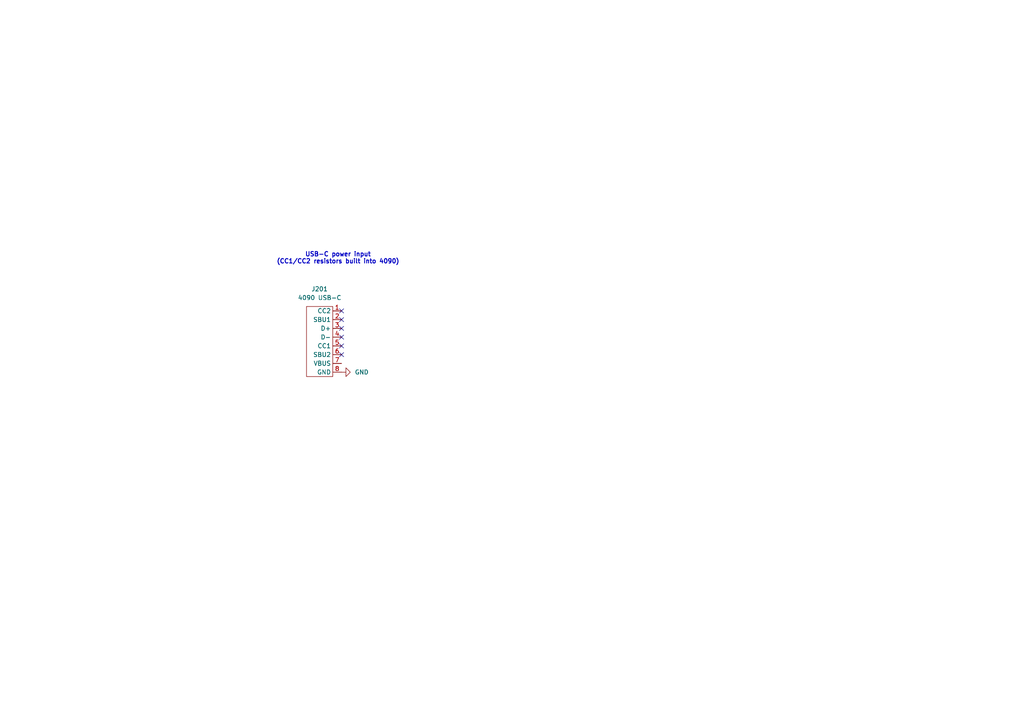
<source format=kicad_sch>
(kicad_sch (version 20250114) (generator "eeschema") (generator_version "9.0")
  (paper "A4")
  (lib_symbols
    (symbol "Components:4090"
      (property "Reference" "J" (at 0.508 3.81 0))
      (property "Value" "4090 USB-C" (at 6.096 1.524 0))
      (symbol "4090_0_1"
        (rectangle (start 0 0) (end 7.62 -20.32))
      )
      (symbol "4090_1_1"
        (pin input line (at 10.16 -1.27 180) (length 2.54) (name "CC2") (number "1"))
        (pin bidirectional line (at 10.16 -3.81 180) (length 2.54) (name "SBU1") (number "2"))
        (pin bidirectional line (at 10.16 -6.35 180) (length 2.54) (name "D+") (number "3"))
        (pin bidirectional line (at 10.16 -8.89 180) (length 2.54) (name "D-") (number "4"))
        (pin input line (at 10.16 -11.43 180) (length 2.54) (name "CC1") (number "5"))
        (pin bidirectional line (at 10.16 -13.97 180) (length 2.54) (name "SBU2") (number "6"))
        (pin power_out line (at 10.16 -16.51 180) (length 2.54) (name "VBUS") (number "7"))
        (pin power_out line (at 10.16 -19.05 180) (length 2.54) (name "GND") (number "8"))
      )
    )
    (symbol "power:GND" (power) (pin_numbers (hide yes)) (pin_names (offset 0) (hide yes))
      (property "Value" "GND" (at 0 -3.81 0))
      (symbol "GND_0_1"
        (polyline (pts (xy 0 0) (xy 0 -1.27) (xy 1.27 -1.27) (xy 0 -2.54) (xy -1.27 -1.27) (xy 0 -1.27)))
      )
      (symbol "GND_1_1"
        (pin power_in line (at 0 0 270) (length 0) (name "~") (number "1"))
      )
    )
  )
  (text "USB-C power input\n(CC1/CC2 resistors built into 4090)" (at 98.044 74.93 0) (effects (font (size 1.27 1.27) (thickness 0.254) (bold yes))))
  (no_connect (at 99.06 102.87))
  (no_connect (at 99.06 97.79))
  (no_connect (at 99.06 92.71))
  (no_connect (at 99.06 100.33))
  (no_connect (at 99.06 90.17))
  (no_connect (at 99.06 95.25))
  (symbol (lib_id "power:GND") (at 99.06 107.95 90) (unit 1)
    (property "Reference" "#PWR0201" (effects (hide yes)))
    (property "Value" "GND" (at 102.87 107.9499 90) (effects (justify right)))
    (property "Description" "Power symbol creates a global label with name \"GND\" , ground" (effects (hide yes)))
  )
  (symbol (lib_id "Components:4090") (at 88.9 88.9 0) (unit 1)
    (property "Reference" "J201" (at 92.71 83.82 0))
    (property "Value" "4090 USB-C" (at 92.71 86.36 0))
  )
)
</source>
